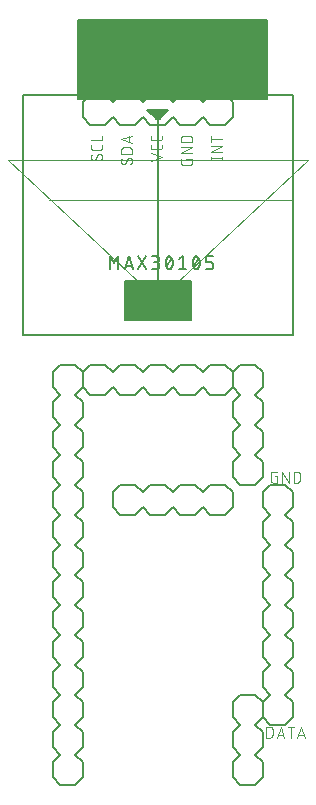
<source format=gto>
G75*
%MOIN*%
%OFA0B0*%
%FSLAX25Y25*%
%IPPOS*%
%LPD*%
%AMOC8*
5,1,8,0,0,1.08239X$1,22.5*
%
%ADD10C,0.00800*%
%ADD11C,0.00600*%
%ADD12C,0.00300*%
%ADD13C,0.00000*%
%ADD14C,0.00299*%
D10*
X0092799Y0112728D02*
X0090299Y0115228D01*
X0090299Y0120228D01*
X0092799Y0122728D01*
X0090299Y0125228D01*
X0090299Y0130228D01*
X0092799Y0132728D01*
X0090299Y0135228D01*
X0090299Y0140228D01*
X0092799Y0142728D01*
X0090299Y0145228D01*
X0090299Y0150228D01*
X0092799Y0152728D01*
X0090299Y0155228D01*
X0090299Y0160228D01*
X0092799Y0162728D01*
X0090299Y0165228D01*
X0090299Y0170228D01*
X0092799Y0172728D01*
X0090299Y0175228D01*
X0090299Y0180228D01*
X0092799Y0182728D01*
X0090299Y0185228D01*
X0090299Y0190228D01*
X0092799Y0192728D01*
X0090299Y0195228D01*
X0090299Y0200228D01*
X0092799Y0202728D01*
X0090299Y0205228D01*
X0090299Y0210228D01*
X0092799Y0212728D01*
X0090299Y0215228D01*
X0090299Y0220228D01*
X0092799Y0222728D01*
X0090299Y0225228D01*
X0090299Y0230228D01*
X0092799Y0232728D01*
X0090299Y0235228D01*
X0090299Y0240228D01*
X0092799Y0242728D01*
X0090299Y0245228D01*
X0090299Y0250228D01*
X0092799Y0252728D01*
X0097799Y0252728D01*
X0100299Y0250228D01*
X0102799Y0252728D01*
X0107799Y0252728D01*
X0110299Y0250228D01*
X0112799Y0252728D01*
X0117799Y0252728D01*
X0120299Y0250228D01*
X0122799Y0252728D01*
X0127799Y0252728D01*
X0130299Y0250228D01*
X0132799Y0252728D01*
X0137799Y0252728D01*
X0140299Y0250228D01*
X0142799Y0252728D01*
X0147799Y0252728D01*
X0150299Y0250228D01*
X0152799Y0252728D01*
X0157799Y0252728D01*
X0160299Y0250228D01*
X0160299Y0245228D01*
X0157799Y0242728D01*
X0160299Y0240228D01*
X0160299Y0235228D01*
X0157799Y0232728D01*
X0160299Y0230228D01*
X0160299Y0225228D01*
X0157799Y0222728D01*
X0160299Y0220228D01*
X0160299Y0215228D01*
X0157799Y0212728D01*
X0152799Y0212728D01*
X0150299Y0215228D01*
X0150299Y0220228D01*
X0152799Y0222728D01*
X0150299Y0225228D01*
X0150299Y0230228D01*
X0152799Y0232728D01*
X0150299Y0235228D01*
X0150299Y0240228D01*
X0152799Y0242728D01*
X0150299Y0245228D01*
X0150299Y0250228D01*
X0150299Y0245228D01*
X0147799Y0242728D01*
X0142799Y0242728D01*
X0140299Y0245228D01*
X0137799Y0242728D01*
X0132799Y0242728D01*
X0130299Y0245228D01*
X0127799Y0242728D01*
X0122799Y0242728D01*
X0120299Y0245228D01*
X0117799Y0242728D01*
X0112799Y0242728D01*
X0110299Y0245228D01*
X0107799Y0242728D01*
X0102799Y0242728D01*
X0100299Y0245228D01*
X0100299Y0250228D01*
X0100299Y0245228D01*
X0097799Y0242728D01*
X0100299Y0240228D01*
X0100299Y0235228D01*
X0097799Y0232728D01*
X0100299Y0230228D01*
X0100299Y0225228D01*
X0097799Y0222728D01*
X0100299Y0220228D01*
X0100299Y0215228D01*
X0097799Y0212728D01*
X0100299Y0210228D01*
X0100299Y0205228D01*
X0097799Y0202728D01*
X0100299Y0200228D01*
X0100299Y0195228D01*
X0097799Y0192728D01*
X0100299Y0190228D01*
X0100299Y0185228D01*
X0097799Y0182728D01*
X0100299Y0180228D01*
X0100299Y0175228D01*
X0097799Y0172728D01*
X0100299Y0170228D01*
X0100299Y0165228D01*
X0097799Y0162728D01*
X0100299Y0160228D01*
X0100299Y0155228D01*
X0097799Y0152728D01*
X0100299Y0150228D01*
X0100299Y0145228D01*
X0097799Y0142728D01*
X0100299Y0140228D01*
X0100299Y0135228D01*
X0097799Y0132728D01*
X0100299Y0130228D01*
X0100299Y0125228D01*
X0097799Y0122728D01*
X0100299Y0120228D01*
X0100299Y0115228D01*
X0097799Y0112728D01*
X0092799Y0112728D01*
X0150299Y0115228D02*
X0152799Y0112728D01*
X0157799Y0112728D01*
X0160299Y0115228D01*
X0160299Y0120228D01*
X0157799Y0122728D01*
X0160299Y0125228D01*
X0160299Y0130228D01*
X0157799Y0132728D01*
X0160299Y0135228D01*
X0160299Y0140228D01*
X0157799Y0142728D01*
X0152799Y0142728D01*
X0150299Y0140228D01*
X0150299Y0135228D01*
X0152799Y0132728D01*
X0150299Y0130228D01*
X0150299Y0125228D01*
X0152799Y0122728D01*
X0150299Y0120228D01*
X0150299Y0115228D01*
X0162799Y0132728D02*
X0160299Y0135228D01*
X0160299Y0140228D01*
X0162799Y0142728D01*
X0160299Y0145228D01*
X0160299Y0150228D01*
X0162799Y0152728D01*
X0160299Y0155228D01*
X0160299Y0160228D01*
X0162799Y0162728D01*
X0160299Y0165228D01*
X0160299Y0170228D01*
X0162799Y0172728D01*
X0160299Y0175228D01*
X0160299Y0180228D01*
X0162799Y0182728D01*
X0160299Y0185228D01*
X0160299Y0190228D01*
X0162799Y0192728D01*
X0160299Y0195228D01*
X0160299Y0200228D01*
X0162799Y0202728D01*
X0160299Y0205228D01*
X0160299Y0210228D01*
X0162799Y0212728D01*
X0167799Y0212728D01*
X0170299Y0210228D01*
X0170299Y0205228D01*
X0167799Y0202728D01*
X0170299Y0200228D01*
X0170299Y0195228D01*
X0167799Y0192728D01*
X0170299Y0190228D01*
X0170299Y0185228D01*
X0167799Y0182728D01*
X0170299Y0180228D01*
X0170299Y0175228D01*
X0167799Y0172728D01*
X0170299Y0170228D01*
X0170299Y0165228D01*
X0167799Y0162728D01*
X0170299Y0160228D01*
X0170299Y0155228D01*
X0167799Y0152728D01*
X0170299Y0150228D01*
X0170299Y0145228D01*
X0167799Y0142728D01*
X0170299Y0140228D01*
X0170299Y0135228D01*
X0167799Y0132728D01*
X0162799Y0132728D01*
X0147799Y0202728D02*
X0142799Y0202728D01*
X0140299Y0205228D01*
X0137799Y0202728D01*
X0132799Y0202728D01*
X0130299Y0205228D01*
X0127799Y0202728D01*
X0122799Y0202728D01*
X0120299Y0205228D01*
X0117799Y0202728D01*
X0112799Y0202728D01*
X0110299Y0205228D01*
X0110299Y0210228D01*
X0112799Y0212728D01*
X0117799Y0212728D01*
X0120299Y0210228D01*
X0122799Y0212728D01*
X0127799Y0212728D01*
X0130299Y0210228D01*
X0132799Y0212728D01*
X0137799Y0212728D01*
X0140299Y0210228D01*
X0142799Y0212728D01*
X0147799Y0212728D01*
X0150299Y0210228D01*
X0150299Y0205228D01*
X0147799Y0202728D01*
X0170299Y0262728D02*
X0080299Y0262728D01*
X0080299Y0342728D01*
X0170299Y0342728D01*
X0170299Y0262728D01*
X0143716Y0285562D02*
X0143716Y0286028D01*
X0143715Y0286028D02*
X0143713Y0286087D01*
X0143708Y0286145D01*
X0143698Y0286203D01*
X0143686Y0286260D01*
X0143669Y0286316D01*
X0143649Y0286371D01*
X0143626Y0286425D01*
X0143600Y0286477D01*
X0143570Y0286528D01*
X0143537Y0286576D01*
X0143501Y0286623D01*
X0143462Y0286667D01*
X0143421Y0286708D01*
X0143377Y0286747D01*
X0143330Y0286783D01*
X0143282Y0286816D01*
X0143231Y0286846D01*
X0143179Y0286872D01*
X0143125Y0286895D01*
X0143070Y0286915D01*
X0143014Y0286932D01*
X0142957Y0286944D01*
X0142899Y0286954D01*
X0142841Y0286959D01*
X0142782Y0286961D01*
X0142782Y0286962D02*
X0141382Y0286962D01*
X0141382Y0288828D01*
X0143716Y0288828D01*
X0143715Y0285562D02*
X0143713Y0285503D01*
X0143708Y0285445D01*
X0143698Y0285387D01*
X0143686Y0285330D01*
X0143669Y0285274D01*
X0143649Y0285219D01*
X0143626Y0285165D01*
X0143600Y0285113D01*
X0143570Y0285062D01*
X0143537Y0285014D01*
X0143501Y0284967D01*
X0143462Y0284923D01*
X0143421Y0284882D01*
X0143377Y0284843D01*
X0143330Y0284807D01*
X0143282Y0284774D01*
X0143231Y0284744D01*
X0143179Y0284718D01*
X0143125Y0284695D01*
X0143070Y0284675D01*
X0143014Y0284658D01*
X0142957Y0284646D01*
X0142899Y0284636D01*
X0142841Y0284631D01*
X0142782Y0284629D01*
X0142782Y0284628D02*
X0141382Y0284628D01*
X0137233Y0285211D02*
X0137185Y0285313D01*
X0137141Y0285416D01*
X0137100Y0285520D01*
X0137063Y0285626D01*
X0137029Y0285733D01*
X0136999Y0285841D01*
X0136972Y0285950D01*
X0136948Y0286059D01*
X0136928Y0286170D01*
X0136912Y0286281D01*
X0136899Y0286392D01*
X0136890Y0286504D01*
X0136885Y0286616D01*
X0136883Y0286728D01*
X0139216Y0286728D02*
X0139214Y0286840D01*
X0139209Y0286952D01*
X0139200Y0287064D01*
X0139187Y0287175D01*
X0139171Y0287286D01*
X0139151Y0287397D01*
X0139127Y0287506D01*
X0139100Y0287615D01*
X0139070Y0287723D01*
X0139036Y0287830D01*
X0138999Y0287936D01*
X0138958Y0288040D01*
X0138914Y0288143D01*
X0138866Y0288245D01*
X0138983Y0287895D02*
X0137116Y0285562D01*
X0138049Y0284629D02*
X0138105Y0284631D01*
X0138161Y0284636D01*
X0138217Y0284646D01*
X0138272Y0284658D01*
X0138326Y0284675D01*
X0138378Y0284694D01*
X0138430Y0284718D01*
X0138480Y0284744D01*
X0138527Y0284774D01*
X0138573Y0284806D01*
X0138617Y0284842D01*
X0138658Y0284881D01*
X0138697Y0284922D01*
X0138732Y0284965D01*
X0138765Y0285011D01*
X0138795Y0285059D01*
X0138822Y0285108D01*
X0138845Y0285159D01*
X0138865Y0285212D01*
X0138049Y0284629D02*
X0137993Y0284631D01*
X0137937Y0284636D01*
X0137881Y0284646D01*
X0137826Y0284658D01*
X0137772Y0284675D01*
X0137720Y0284694D01*
X0137668Y0284718D01*
X0137618Y0284744D01*
X0137571Y0284774D01*
X0137525Y0284806D01*
X0137481Y0284842D01*
X0137440Y0284881D01*
X0137401Y0284922D01*
X0137366Y0284965D01*
X0137333Y0285011D01*
X0137303Y0285059D01*
X0137276Y0285108D01*
X0137253Y0285159D01*
X0137233Y0285212D01*
X0138866Y0285211D02*
X0138914Y0285313D01*
X0138958Y0285416D01*
X0138999Y0285520D01*
X0139036Y0285626D01*
X0139070Y0285733D01*
X0139100Y0285841D01*
X0139127Y0285950D01*
X0139151Y0286059D01*
X0139171Y0286170D01*
X0139187Y0286281D01*
X0139200Y0286392D01*
X0139209Y0286504D01*
X0139214Y0286616D01*
X0139216Y0286728D01*
X0136883Y0286728D02*
X0136885Y0286840D01*
X0136890Y0286952D01*
X0136899Y0287064D01*
X0136912Y0287175D01*
X0136928Y0287286D01*
X0136948Y0287397D01*
X0136972Y0287506D01*
X0136999Y0287615D01*
X0137029Y0287723D01*
X0137063Y0287830D01*
X0137100Y0287936D01*
X0137141Y0288040D01*
X0137185Y0288143D01*
X0137233Y0288245D01*
X0138049Y0288828D02*
X0138105Y0288826D01*
X0138161Y0288821D01*
X0138217Y0288811D01*
X0138272Y0288799D01*
X0138326Y0288782D01*
X0138378Y0288763D01*
X0138430Y0288739D01*
X0138480Y0288713D01*
X0138527Y0288683D01*
X0138573Y0288651D01*
X0138617Y0288615D01*
X0138658Y0288576D01*
X0138697Y0288535D01*
X0138732Y0288492D01*
X0138765Y0288446D01*
X0138795Y0288398D01*
X0138822Y0288349D01*
X0138845Y0288298D01*
X0138865Y0288245D01*
X0138049Y0288828D02*
X0137993Y0288826D01*
X0137937Y0288821D01*
X0137881Y0288811D01*
X0137826Y0288799D01*
X0137772Y0288782D01*
X0137720Y0288763D01*
X0137668Y0288739D01*
X0137618Y0288713D01*
X0137571Y0288683D01*
X0137525Y0288650D01*
X0137481Y0288615D01*
X0137440Y0288576D01*
X0137401Y0288535D01*
X0137366Y0288492D01*
X0137333Y0288446D01*
X0137303Y0288398D01*
X0137276Y0288349D01*
X0137253Y0288298D01*
X0137233Y0288245D01*
X0133549Y0288828D02*
X0133549Y0284628D01*
X0132383Y0284628D02*
X0134716Y0284628D01*
X0128233Y0285211D02*
X0128185Y0285313D01*
X0128141Y0285416D01*
X0128100Y0285520D01*
X0128063Y0285626D01*
X0128029Y0285733D01*
X0127999Y0285841D01*
X0127972Y0285950D01*
X0127948Y0286059D01*
X0127928Y0286170D01*
X0127912Y0286281D01*
X0127899Y0286392D01*
X0127890Y0286504D01*
X0127885Y0286616D01*
X0127883Y0286728D01*
X0130216Y0286728D02*
X0130214Y0286840D01*
X0130209Y0286952D01*
X0130200Y0287064D01*
X0130187Y0287175D01*
X0130171Y0287286D01*
X0130151Y0287397D01*
X0130127Y0287506D01*
X0130100Y0287615D01*
X0130070Y0287723D01*
X0130036Y0287830D01*
X0129999Y0287936D01*
X0129958Y0288040D01*
X0129914Y0288143D01*
X0129866Y0288245D01*
X0129983Y0287895D02*
X0128116Y0285562D01*
X0129049Y0284629D02*
X0129105Y0284631D01*
X0129161Y0284636D01*
X0129217Y0284646D01*
X0129272Y0284658D01*
X0129326Y0284675D01*
X0129378Y0284694D01*
X0129430Y0284718D01*
X0129480Y0284744D01*
X0129527Y0284774D01*
X0129573Y0284806D01*
X0129617Y0284842D01*
X0129658Y0284881D01*
X0129697Y0284922D01*
X0129732Y0284965D01*
X0129765Y0285011D01*
X0129795Y0285059D01*
X0129822Y0285108D01*
X0129845Y0285159D01*
X0129865Y0285212D01*
X0129049Y0284629D02*
X0128993Y0284631D01*
X0128937Y0284636D01*
X0128881Y0284646D01*
X0128826Y0284658D01*
X0128772Y0284675D01*
X0128720Y0284694D01*
X0128668Y0284718D01*
X0128618Y0284744D01*
X0128571Y0284774D01*
X0128525Y0284806D01*
X0128481Y0284842D01*
X0128440Y0284881D01*
X0128401Y0284922D01*
X0128366Y0284965D01*
X0128333Y0285011D01*
X0128303Y0285059D01*
X0128276Y0285108D01*
X0128253Y0285159D01*
X0128233Y0285212D01*
X0129866Y0285211D02*
X0129914Y0285313D01*
X0129958Y0285416D01*
X0129999Y0285520D01*
X0130036Y0285626D01*
X0130070Y0285733D01*
X0130100Y0285841D01*
X0130127Y0285950D01*
X0130151Y0286059D01*
X0130171Y0286170D01*
X0130187Y0286281D01*
X0130200Y0286392D01*
X0130209Y0286504D01*
X0130214Y0286616D01*
X0130216Y0286728D01*
X0127883Y0286728D02*
X0127885Y0286840D01*
X0127890Y0286952D01*
X0127899Y0287064D01*
X0127912Y0287175D01*
X0127928Y0287286D01*
X0127948Y0287397D01*
X0127972Y0287506D01*
X0127999Y0287615D01*
X0128029Y0287723D01*
X0128063Y0287830D01*
X0128100Y0287936D01*
X0128141Y0288040D01*
X0128185Y0288143D01*
X0128233Y0288245D01*
X0129049Y0288828D02*
X0129105Y0288826D01*
X0129161Y0288821D01*
X0129217Y0288811D01*
X0129272Y0288799D01*
X0129326Y0288782D01*
X0129378Y0288763D01*
X0129430Y0288739D01*
X0129480Y0288713D01*
X0129527Y0288683D01*
X0129573Y0288651D01*
X0129617Y0288615D01*
X0129658Y0288576D01*
X0129697Y0288535D01*
X0129732Y0288492D01*
X0129765Y0288446D01*
X0129795Y0288398D01*
X0129822Y0288349D01*
X0129845Y0288298D01*
X0129865Y0288245D01*
X0129049Y0288828D02*
X0128993Y0288826D01*
X0128937Y0288821D01*
X0128881Y0288811D01*
X0128826Y0288799D01*
X0128772Y0288782D01*
X0128720Y0288763D01*
X0128668Y0288739D01*
X0128618Y0288713D01*
X0128571Y0288683D01*
X0128525Y0288650D01*
X0128481Y0288615D01*
X0128440Y0288576D01*
X0128401Y0288535D01*
X0128366Y0288492D01*
X0128333Y0288446D01*
X0128303Y0288398D01*
X0128276Y0288349D01*
X0128253Y0288298D01*
X0128233Y0288245D01*
X0124783Y0288828D02*
X0124843Y0288826D01*
X0124902Y0288820D01*
X0124961Y0288811D01*
X0125020Y0288797D01*
X0125077Y0288780D01*
X0125133Y0288760D01*
X0125188Y0288736D01*
X0125241Y0288708D01*
X0125292Y0288677D01*
X0125341Y0288643D01*
X0125388Y0288605D01*
X0125432Y0288565D01*
X0125474Y0288522D01*
X0125512Y0288477D01*
X0125548Y0288429D01*
X0125581Y0288379D01*
X0125610Y0288327D01*
X0125636Y0288273D01*
X0125659Y0288217D01*
X0125677Y0288160D01*
X0125693Y0288103D01*
X0125704Y0288044D01*
X0125712Y0287985D01*
X0125716Y0287925D01*
X0125716Y0287865D01*
X0125712Y0287805D01*
X0125704Y0287746D01*
X0125693Y0287687D01*
X0125677Y0287630D01*
X0125659Y0287573D01*
X0125636Y0287517D01*
X0125610Y0287463D01*
X0125581Y0287411D01*
X0125548Y0287361D01*
X0125512Y0287313D01*
X0125474Y0287268D01*
X0125432Y0287225D01*
X0125388Y0287185D01*
X0125341Y0287147D01*
X0125292Y0287113D01*
X0125241Y0287082D01*
X0125188Y0287054D01*
X0125133Y0287030D01*
X0125077Y0287010D01*
X0125020Y0286993D01*
X0124961Y0286979D01*
X0124902Y0286970D01*
X0124843Y0286964D01*
X0124783Y0286962D01*
X0123849Y0286962D01*
X0124549Y0286962D02*
X0124616Y0286960D01*
X0124682Y0286954D01*
X0124748Y0286945D01*
X0124813Y0286932D01*
X0124878Y0286915D01*
X0124941Y0286894D01*
X0125003Y0286870D01*
X0125064Y0286842D01*
X0125123Y0286811D01*
X0125180Y0286777D01*
X0125235Y0286739D01*
X0125288Y0286698D01*
X0125338Y0286655D01*
X0125386Y0286608D01*
X0125431Y0286559D01*
X0125473Y0286508D01*
X0125512Y0286454D01*
X0125548Y0286398D01*
X0125581Y0286340D01*
X0125611Y0286280D01*
X0125636Y0286218D01*
X0125659Y0286156D01*
X0125678Y0286092D01*
X0125693Y0286027D01*
X0125704Y0285961D01*
X0125712Y0285895D01*
X0125716Y0285828D01*
X0125716Y0285762D01*
X0125712Y0285695D01*
X0125704Y0285629D01*
X0125693Y0285563D01*
X0125678Y0285498D01*
X0125659Y0285434D01*
X0125636Y0285372D01*
X0125611Y0285310D01*
X0125581Y0285250D01*
X0125548Y0285192D01*
X0125512Y0285136D01*
X0125473Y0285082D01*
X0125431Y0285031D01*
X0125386Y0284982D01*
X0125338Y0284935D01*
X0125288Y0284892D01*
X0125235Y0284851D01*
X0125180Y0284813D01*
X0125123Y0284779D01*
X0125064Y0284748D01*
X0125003Y0284720D01*
X0124941Y0284696D01*
X0124878Y0284675D01*
X0124813Y0284658D01*
X0124748Y0284645D01*
X0124682Y0284636D01*
X0124616Y0284630D01*
X0124549Y0284628D01*
X0123383Y0284628D01*
X0121449Y0284628D02*
X0118649Y0288828D01*
X0121449Y0288828D02*
X0118649Y0284628D01*
X0116949Y0284628D02*
X0115549Y0288828D01*
X0114149Y0284628D01*
X0114499Y0285678D02*
X0116599Y0285678D01*
X0111999Y0284628D02*
X0111999Y0288828D01*
X0110599Y0286495D01*
X0109199Y0288828D01*
X0109199Y0284628D01*
X0123383Y0288828D02*
X0124783Y0288828D01*
X0132383Y0287895D02*
X0133549Y0288828D01*
X0132799Y0332728D02*
X0137799Y0332728D01*
X0140299Y0335228D01*
X0142799Y0332728D01*
X0147799Y0332728D01*
X0150299Y0335228D01*
X0150299Y0340228D01*
X0147799Y0342728D01*
X0142799Y0342728D01*
X0140299Y0340228D01*
X0137799Y0342728D01*
X0132799Y0342728D01*
X0130299Y0340228D01*
X0127799Y0342728D01*
X0122799Y0342728D01*
X0120299Y0340228D01*
X0117799Y0342728D01*
X0112799Y0342728D01*
X0110299Y0340228D01*
X0107799Y0342728D01*
X0102799Y0342728D01*
X0100299Y0340228D01*
X0100299Y0335228D01*
X0102799Y0332728D01*
X0107799Y0332728D01*
X0110299Y0335228D01*
X0112799Y0332728D01*
X0117799Y0332728D01*
X0120299Y0335228D01*
X0122799Y0332728D01*
X0127799Y0332728D01*
X0130299Y0335228D01*
X0132799Y0332728D01*
D11*
X0128223Y0337152D02*
X0125299Y0337152D01*
X0122375Y0337152D01*
X0121799Y0337728D02*
X0125299Y0334228D01*
X0128799Y0337728D01*
X0125299Y0337728D01*
X0125299Y0274228D01*
X0125299Y0337728D01*
X0121799Y0337728D01*
X0122974Y0336554D02*
X0125299Y0336554D01*
X0127625Y0336554D01*
X0127026Y0335955D02*
X0125299Y0335955D01*
X0123572Y0335955D01*
X0124171Y0335357D02*
X0125299Y0335357D01*
X0126427Y0335357D01*
X0125829Y0334758D02*
X0125299Y0334758D01*
X0124769Y0334758D01*
X0098799Y0341228D02*
X0098799Y0367728D01*
X0161799Y0367728D01*
X0161799Y0341228D01*
X0098799Y0341228D01*
X0098799Y0341342D02*
X0161799Y0341342D01*
X0161799Y0341940D02*
X0098799Y0341940D01*
X0098799Y0342539D02*
X0161799Y0342539D01*
X0161799Y0343137D02*
X0098799Y0343137D01*
X0098799Y0343736D02*
X0161799Y0343736D01*
X0161799Y0344334D02*
X0098799Y0344334D01*
X0098799Y0344933D02*
X0161799Y0344933D01*
X0161799Y0345531D02*
X0098799Y0345531D01*
X0098799Y0346130D02*
X0161799Y0346130D01*
X0161799Y0346728D02*
X0098799Y0346728D01*
X0098799Y0347327D02*
X0161799Y0347327D01*
X0161799Y0347925D02*
X0098799Y0347925D01*
X0098799Y0348524D02*
X0161799Y0348524D01*
X0161799Y0349122D02*
X0098799Y0349122D01*
X0098799Y0349721D02*
X0161799Y0349721D01*
X0161799Y0350319D02*
X0098799Y0350319D01*
X0098799Y0350918D02*
X0161799Y0350918D01*
X0161799Y0351516D02*
X0098799Y0351516D01*
X0098799Y0352115D02*
X0161799Y0352115D01*
X0161799Y0352713D02*
X0098799Y0352713D01*
X0098799Y0353312D02*
X0161799Y0353312D01*
X0161799Y0353910D02*
X0098799Y0353910D01*
X0098799Y0354509D02*
X0161799Y0354509D01*
X0161799Y0355108D02*
X0098799Y0355108D01*
X0098799Y0355706D02*
X0161799Y0355706D01*
X0161799Y0356305D02*
X0098799Y0356305D01*
X0098799Y0356903D02*
X0161799Y0356903D01*
X0161799Y0357502D02*
X0098799Y0357502D01*
X0098799Y0358100D02*
X0161799Y0358100D01*
X0161799Y0358699D02*
X0098799Y0358699D01*
X0098799Y0359297D02*
X0161799Y0359297D01*
X0161799Y0359896D02*
X0098799Y0359896D01*
X0098799Y0360494D02*
X0161799Y0360494D01*
X0161799Y0361093D02*
X0098799Y0361093D01*
X0098799Y0361691D02*
X0161799Y0361691D01*
X0161799Y0362290D02*
X0098799Y0362290D01*
X0098799Y0362888D02*
X0161799Y0362888D01*
X0161799Y0363487D02*
X0098799Y0363487D01*
X0098799Y0364085D02*
X0161799Y0364085D01*
X0161799Y0364684D02*
X0098799Y0364684D01*
X0098799Y0365282D02*
X0161799Y0365282D01*
X0161799Y0365881D02*
X0098799Y0365881D01*
X0098799Y0366479D02*
X0161799Y0366479D01*
X0161799Y0367078D02*
X0098799Y0367078D01*
X0098799Y0367676D02*
X0161799Y0367676D01*
X0136299Y0280728D02*
X0114299Y0280728D01*
X0114299Y0267728D01*
X0136299Y0267728D01*
X0136299Y0280728D01*
X0136299Y0280294D02*
X0114299Y0280294D01*
X0114299Y0279695D02*
X0136299Y0279695D01*
X0136299Y0279097D02*
X0114299Y0279097D01*
X0114299Y0278498D02*
X0136299Y0278498D01*
X0136299Y0277900D02*
X0114299Y0277900D01*
X0114299Y0277301D02*
X0136299Y0277301D01*
X0136299Y0276703D02*
X0114299Y0276703D01*
X0114299Y0276104D02*
X0136299Y0276104D01*
X0136299Y0275505D02*
X0114299Y0275505D01*
X0114299Y0274907D02*
X0136299Y0274907D01*
X0136299Y0274308D02*
X0114299Y0274308D01*
X0114299Y0273710D02*
X0136299Y0273710D01*
X0136299Y0273111D02*
X0114299Y0273111D01*
X0114299Y0272513D02*
X0136299Y0272513D01*
X0136299Y0271914D02*
X0114299Y0271914D01*
X0114299Y0271316D02*
X0136299Y0271316D01*
X0136299Y0270717D02*
X0114299Y0270717D01*
X0114299Y0270119D02*
X0136299Y0270119D01*
X0136299Y0269520D02*
X0114299Y0269520D01*
X0114299Y0268922D02*
X0136299Y0268922D01*
X0136299Y0268323D02*
X0114299Y0268323D01*
D12*
X0133771Y0319343D02*
X0135827Y0319343D01*
X0135883Y0319345D01*
X0135939Y0319351D01*
X0135994Y0319360D01*
X0136049Y0319373D01*
X0136102Y0319390D01*
X0136154Y0319411D01*
X0136205Y0319435D01*
X0136254Y0319463D01*
X0136301Y0319493D01*
X0136346Y0319527D01*
X0136388Y0319564D01*
X0136428Y0319604D01*
X0136465Y0319646D01*
X0136499Y0319691D01*
X0136529Y0319738D01*
X0136557Y0319787D01*
X0136581Y0319838D01*
X0136602Y0319890D01*
X0136619Y0319943D01*
X0136632Y0319998D01*
X0136641Y0320053D01*
X0136647Y0320109D01*
X0136649Y0320165D01*
X0136649Y0321398D01*
X0134594Y0321398D01*
X0134594Y0320782D01*
X0133771Y0319343D02*
X0133715Y0319345D01*
X0133659Y0319351D01*
X0133604Y0319360D01*
X0133549Y0319373D01*
X0133496Y0319390D01*
X0133444Y0319411D01*
X0133393Y0319435D01*
X0133344Y0319463D01*
X0133297Y0319493D01*
X0133252Y0319527D01*
X0133210Y0319564D01*
X0133170Y0319604D01*
X0133133Y0319646D01*
X0133099Y0319691D01*
X0133069Y0319738D01*
X0133041Y0319787D01*
X0133017Y0319837D01*
X0132996Y0319890D01*
X0132979Y0319943D01*
X0132966Y0319998D01*
X0132957Y0320053D01*
X0132951Y0320109D01*
X0132949Y0320165D01*
X0132949Y0321398D01*
X0132949Y0323183D02*
X0136649Y0325238D01*
X0132949Y0325238D01*
X0132949Y0327023D02*
X0132949Y0328051D01*
X0132951Y0328113D01*
X0132956Y0328175D01*
X0132966Y0328236D01*
X0132979Y0328297D01*
X0132996Y0328357D01*
X0133016Y0328416D01*
X0133040Y0328473D01*
X0133067Y0328529D01*
X0133097Y0328583D01*
X0133131Y0328635D01*
X0133168Y0328685D01*
X0133208Y0328733D01*
X0133250Y0328778D01*
X0133295Y0328820D01*
X0133343Y0328860D01*
X0133393Y0328897D01*
X0133445Y0328931D01*
X0133499Y0328961D01*
X0133555Y0328988D01*
X0133612Y0329012D01*
X0133671Y0329032D01*
X0133731Y0329049D01*
X0133792Y0329062D01*
X0133853Y0329072D01*
X0133915Y0329077D01*
X0133977Y0329079D01*
X0133977Y0329078D02*
X0135621Y0329078D01*
X0135621Y0329079D02*
X0135683Y0329077D01*
X0135745Y0329072D01*
X0135806Y0329062D01*
X0135867Y0329049D01*
X0135927Y0329032D01*
X0135986Y0329012D01*
X0136043Y0328988D01*
X0136099Y0328961D01*
X0136153Y0328931D01*
X0136205Y0328897D01*
X0136255Y0328860D01*
X0136303Y0328820D01*
X0136348Y0328778D01*
X0136390Y0328733D01*
X0136430Y0328685D01*
X0136467Y0328635D01*
X0136501Y0328583D01*
X0136531Y0328529D01*
X0136558Y0328473D01*
X0136582Y0328416D01*
X0136602Y0328357D01*
X0136619Y0328297D01*
X0136632Y0328236D01*
X0136642Y0328175D01*
X0136647Y0328113D01*
X0136649Y0328051D01*
X0136649Y0327023D01*
X0132949Y0327023D01*
X0132949Y0323183D02*
X0136649Y0323183D01*
X0142949Y0323543D02*
X0146649Y0325598D01*
X0142949Y0325598D01*
X0142949Y0327023D02*
X0142949Y0329078D01*
X0142949Y0328051D02*
X0146649Y0328051D01*
X0146649Y0323543D02*
X0142949Y0323543D01*
X0142949Y0321982D02*
X0142949Y0321159D01*
X0142949Y0321571D02*
X0146649Y0321571D01*
X0146649Y0321982D02*
X0146649Y0321159D01*
X0126649Y0321872D02*
X0122949Y0323105D01*
X0123771Y0324434D02*
X0125827Y0324434D01*
X0125883Y0324436D01*
X0125939Y0324442D01*
X0125994Y0324451D01*
X0126049Y0324464D01*
X0126102Y0324481D01*
X0126154Y0324502D01*
X0126205Y0324526D01*
X0126254Y0324554D01*
X0126301Y0324584D01*
X0126346Y0324618D01*
X0126388Y0324655D01*
X0126428Y0324695D01*
X0126465Y0324737D01*
X0126499Y0324782D01*
X0126529Y0324829D01*
X0126557Y0324878D01*
X0126581Y0324929D01*
X0126602Y0324981D01*
X0126619Y0325034D01*
X0126632Y0325089D01*
X0126641Y0325144D01*
X0126647Y0325200D01*
X0126649Y0325256D01*
X0126649Y0326078D01*
X0125827Y0327434D02*
X0123771Y0327434D01*
X0123715Y0327436D01*
X0123659Y0327442D01*
X0123604Y0327451D01*
X0123549Y0327464D01*
X0123496Y0327481D01*
X0123444Y0327502D01*
X0123393Y0327526D01*
X0123344Y0327554D01*
X0123297Y0327584D01*
X0123252Y0327618D01*
X0123210Y0327655D01*
X0123170Y0327695D01*
X0123133Y0327737D01*
X0123099Y0327782D01*
X0123069Y0327829D01*
X0123041Y0327878D01*
X0123017Y0327928D01*
X0122996Y0327981D01*
X0122979Y0328034D01*
X0122966Y0328089D01*
X0122957Y0328144D01*
X0122951Y0328200D01*
X0122949Y0328256D01*
X0122949Y0329078D01*
X0125827Y0327434D02*
X0125883Y0327436D01*
X0125939Y0327442D01*
X0125994Y0327451D01*
X0126049Y0327464D01*
X0126102Y0327481D01*
X0126154Y0327502D01*
X0126205Y0327526D01*
X0126254Y0327554D01*
X0126301Y0327584D01*
X0126346Y0327618D01*
X0126388Y0327655D01*
X0126428Y0327695D01*
X0126465Y0327737D01*
X0126499Y0327782D01*
X0126529Y0327829D01*
X0126557Y0327878D01*
X0126581Y0327929D01*
X0126602Y0327981D01*
X0126619Y0328034D01*
X0126632Y0328089D01*
X0126641Y0328144D01*
X0126647Y0328200D01*
X0126649Y0328256D01*
X0126649Y0329078D01*
X0122949Y0326078D02*
X0122949Y0325256D01*
X0122951Y0325200D01*
X0122957Y0325144D01*
X0122966Y0325089D01*
X0122979Y0325034D01*
X0122996Y0324981D01*
X0123017Y0324928D01*
X0123041Y0324878D01*
X0123069Y0324829D01*
X0123099Y0324782D01*
X0123133Y0324737D01*
X0123170Y0324695D01*
X0123210Y0324655D01*
X0123252Y0324618D01*
X0123297Y0324584D01*
X0123344Y0324554D01*
X0123393Y0324526D01*
X0123444Y0324502D01*
X0123496Y0324481D01*
X0123549Y0324464D01*
X0123604Y0324451D01*
X0123659Y0324442D01*
X0123715Y0324436D01*
X0123771Y0324434D01*
X0126649Y0321872D02*
X0122949Y0320639D01*
X0116649Y0323097D02*
X0116649Y0324125D01*
X0116647Y0324187D01*
X0116642Y0324249D01*
X0116632Y0324310D01*
X0116619Y0324371D01*
X0116602Y0324431D01*
X0116582Y0324490D01*
X0116558Y0324547D01*
X0116531Y0324603D01*
X0116501Y0324657D01*
X0116467Y0324709D01*
X0116430Y0324759D01*
X0116390Y0324807D01*
X0116348Y0324852D01*
X0116303Y0324894D01*
X0116255Y0324934D01*
X0116205Y0324971D01*
X0116153Y0325005D01*
X0116099Y0325035D01*
X0116043Y0325062D01*
X0115986Y0325086D01*
X0115927Y0325106D01*
X0115867Y0325123D01*
X0115806Y0325136D01*
X0115745Y0325146D01*
X0115683Y0325151D01*
X0115621Y0325153D01*
X0113977Y0325153D01*
X0113915Y0325151D01*
X0113853Y0325146D01*
X0113792Y0325136D01*
X0113731Y0325123D01*
X0113671Y0325106D01*
X0113612Y0325086D01*
X0113555Y0325062D01*
X0113499Y0325035D01*
X0113445Y0325005D01*
X0113393Y0324971D01*
X0113343Y0324934D01*
X0113295Y0324894D01*
X0113250Y0324852D01*
X0113208Y0324807D01*
X0113168Y0324759D01*
X0113131Y0324709D01*
X0113097Y0324657D01*
X0113067Y0324603D01*
X0113040Y0324547D01*
X0113016Y0324490D01*
X0112996Y0324431D01*
X0112979Y0324371D01*
X0112966Y0324310D01*
X0112956Y0324249D01*
X0112951Y0324187D01*
X0112949Y0324125D01*
X0112949Y0323097D01*
X0116649Y0323097D01*
X0115108Y0321142D02*
X0114491Y0320011D01*
X0112949Y0320422D02*
X0112951Y0320498D01*
X0112957Y0320574D01*
X0112966Y0320650D01*
X0112979Y0320725D01*
X0112996Y0320800D01*
X0113017Y0320873D01*
X0113041Y0320946D01*
X0113068Y0321017D01*
X0113100Y0321086D01*
X0113134Y0321155D01*
X0113172Y0321221D01*
X0113213Y0321285D01*
X0113257Y0321347D01*
X0114490Y0320011D02*
X0114461Y0319965D01*
X0114429Y0319922D01*
X0114395Y0319880D01*
X0114357Y0319841D01*
X0114318Y0319804D01*
X0114276Y0319770D01*
X0114231Y0319738D01*
X0114185Y0319710D01*
X0114137Y0319685D01*
X0114088Y0319662D01*
X0114037Y0319644D01*
X0113985Y0319628D01*
X0113933Y0319616D01*
X0113879Y0319607D01*
X0113825Y0319602D01*
X0113771Y0319600D01*
X0113715Y0319602D01*
X0113659Y0319608D01*
X0113604Y0319617D01*
X0113549Y0319630D01*
X0113496Y0319647D01*
X0113444Y0319668D01*
X0113393Y0319692D01*
X0113344Y0319720D01*
X0113297Y0319750D01*
X0113252Y0319784D01*
X0113210Y0319821D01*
X0113170Y0319861D01*
X0113133Y0319903D01*
X0113099Y0319948D01*
X0113069Y0319995D01*
X0113041Y0320044D01*
X0113017Y0320095D01*
X0112996Y0320147D01*
X0112979Y0320200D01*
X0112966Y0320255D01*
X0112957Y0320310D01*
X0112951Y0320366D01*
X0112949Y0320422D01*
X0116135Y0319498D02*
X0116191Y0319556D01*
X0116244Y0319616D01*
X0116295Y0319679D01*
X0116342Y0319745D01*
X0116386Y0319812D01*
X0116427Y0319882D01*
X0116465Y0319953D01*
X0116499Y0320026D01*
X0116530Y0320100D01*
X0116558Y0320176D01*
X0116582Y0320253D01*
X0116602Y0320331D01*
X0116619Y0320410D01*
X0116632Y0320490D01*
X0116642Y0320570D01*
X0116647Y0320650D01*
X0116649Y0320731D01*
X0116647Y0320787D01*
X0116641Y0320843D01*
X0116632Y0320898D01*
X0116619Y0320953D01*
X0116602Y0321006D01*
X0116581Y0321058D01*
X0116557Y0321109D01*
X0116529Y0321158D01*
X0116499Y0321205D01*
X0116465Y0321250D01*
X0116428Y0321292D01*
X0116388Y0321332D01*
X0116346Y0321369D01*
X0116301Y0321403D01*
X0116254Y0321433D01*
X0116205Y0321461D01*
X0116154Y0321485D01*
X0116102Y0321506D01*
X0116049Y0321523D01*
X0115994Y0321536D01*
X0115939Y0321545D01*
X0115883Y0321551D01*
X0115827Y0321553D01*
X0115773Y0321551D01*
X0115719Y0321546D01*
X0115665Y0321537D01*
X0115613Y0321525D01*
X0115561Y0321509D01*
X0115510Y0321491D01*
X0115461Y0321468D01*
X0115413Y0321443D01*
X0115367Y0321415D01*
X0115322Y0321383D01*
X0115280Y0321349D01*
X0115241Y0321312D01*
X0115203Y0321273D01*
X0115169Y0321231D01*
X0115137Y0321188D01*
X0115108Y0321142D01*
X0116649Y0326612D02*
X0112949Y0327845D01*
X0116649Y0329078D01*
X0115724Y0328770D02*
X0115724Y0326920D01*
X0106649Y0327434D02*
X0106649Y0329078D01*
X0106649Y0327434D02*
X0102949Y0327434D01*
X0102949Y0325941D02*
X0102949Y0325119D01*
X0102951Y0325063D01*
X0102957Y0325007D01*
X0102966Y0324952D01*
X0102979Y0324897D01*
X0102996Y0324844D01*
X0103017Y0324791D01*
X0103041Y0324741D01*
X0103069Y0324692D01*
X0103099Y0324645D01*
X0103133Y0324600D01*
X0103170Y0324558D01*
X0103210Y0324518D01*
X0103252Y0324481D01*
X0103297Y0324447D01*
X0103344Y0324417D01*
X0103393Y0324389D01*
X0103444Y0324365D01*
X0103496Y0324344D01*
X0103549Y0324327D01*
X0103604Y0324314D01*
X0103659Y0324305D01*
X0103715Y0324299D01*
X0103771Y0324297D01*
X0105827Y0324297D01*
X0105883Y0324299D01*
X0105939Y0324305D01*
X0105994Y0324314D01*
X0106049Y0324327D01*
X0106102Y0324344D01*
X0106154Y0324365D01*
X0106205Y0324389D01*
X0106254Y0324417D01*
X0106301Y0324447D01*
X0106346Y0324481D01*
X0106388Y0324518D01*
X0106428Y0324558D01*
X0106465Y0324600D01*
X0106499Y0324645D01*
X0106529Y0324692D01*
X0106557Y0324741D01*
X0106581Y0324792D01*
X0106602Y0324844D01*
X0106619Y0324897D01*
X0106632Y0324952D01*
X0106641Y0325007D01*
X0106647Y0325063D01*
X0106649Y0325119D01*
X0106649Y0325941D01*
X0105108Y0322472D02*
X0104491Y0321341D01*
X0102949Y0321752D02*
X0102951Y0321828D01*
X0102957Y0321904D01*
X0102966Y0321980D01*
X0102979Y0322055D01*
X0102996Y0322130D01*
X0103017Y0322203D01*
X0103041Y0322276D01*
X0103068Y0322347D01*
X0103100Y0322416D01*
X0103134Y0322485D01*
X0103172Y0322551D01*
X0103213Y0322615D01*
X0103257Y0322677D01*
X0104490Y0321341D02*
X0104461Y0321295D01*
X0104429Y0321252D01*
X0104395Y0321210D01*
X0104357Y0321171D01*
X0104318Y0321134D01*
X0104276Y0321100D01*
X0104231Y0321068D01*
X0104185Y0321040D01*
X0104137Y0321015D01*
X0104088Y0320992D01*
X0104037Y0320974D01*
X0103985Y0320958D01*
X0103933Y0320946D01*
X0103879Y0320937D01*
X0103825Y0320932D01*
X0103771Y0320930D01*
X0103715Y0320932D01*
X0103659Y0320938D01*
X0103604Y0320947D01*
X0103549Y0320960D01*
X0103496Y0320977D01*
X0103444Y0320998D01*
X0103393Y0321022D01*
X0103344Y0321050D01*
X0103297Y0321080D01*
X0103252Y0321114D01*
X0103210Y0321151D01*
X0103170Y0321191D01*
X0103133Y0321233D01*
X0103099Y0321278D01*
X0103069Y0321325D01*
X0103041Y0321374D01*
X0103017Y0321425D01*
X0102996Y0321477D01*
X0102979Y0321530D01*
X0102966Y0321585D01*
X0102957Y0321640D01*
X0102951Y0321696D01*
X0102949Y0321752D01*
X0106135Y0320827D02*
X0106191Y0320885D01*
X0106244Y0320945D01*
X0106295Y0321008D01*
X0106342Y0321074D01*
X0106386Y0321141D01*
X0106427Y0321211D01*
X0106465Y0321282D01*
X0106499Y0321355D01*
X0106530Y0321429D01*
X0106558Y0321505D01*
X0106582Y0321582D01*
X0106602Y0321660D01*
X0106619Y0321739D01*
X0106632Y0321819D01*
X0106642Y0321899D01*
X0106647Y0321979D01*
X0106649Y0322060D01*
X0106647Y0322116D01*
X0106641Y0322172D01*
X0106632Y0322227D01*
X0106619Y0322282D01*
X0106602Y0322335D01*
X0106581Y0322387D01*
X0106557Y0322438D01*
X0106529Y0322487D01*
X0106499Y0322534D01*
X0106465Y0322579D01*
X0106428Y0322621D01*
X0106388Y0322661D01*
X0106346Y0322698D01*
X0106301Y0322732D01*
X0106254Y0322762D01*
X0106205Y0322790D01*
X0106154Y0322814D01*
X0106102Y0322835D01*
X0106049Y0322852D01*
X0105994Y0322865D01*
X0105939Y0322874D01*
X0105883Y0322880D01*
X0105827Y0322882D01*
X0105827Y0322883D02*
X0105773Y0322881D01*
X0105719Y0322876D01*
X0105665Y0322867D01*
X0105613Y0322855D01*
X0105561Y0322839D01*
X0105510Y0322821D01*
X0105461Y0322798D01*
X0105413Y0322773D01*
X0105367Y0322745D01*
X0105322Y0322713D01*
X0105280Y0322679D01*
X0105241Y0322642D01*
X0105203Y0322603D01*
X0105169Y0322561D01*
X0105137Y0322518D01*
X0105108Y0322472D01*
X0163754Y0217078D02*
X0164987Y0217078D01*
X0163754Y0217078D02*
X0163698Y0217076D01*
X0163642Y0217070D01*
X0163587Y0217061D01*
X0163532Y0217048D01*
X0163479Y0217031D01*
X0163427Y0217010D01*
X0163376Y0216986D01*
X0163327Y0216958D01*
X0163280Y0216928D01*
X0163235Y0216894D01*
X0163193Y0216857D01*
X0163153Y0216817D01*
X0163116Y0216775D01*
X0163082Y0216730D01*
X0163052Y0216683D01*
X0163024Y0216634D01*
X0163000Y0216583D01*
X0162979Y0216531D01*
X0162962Y0216478D01*
X0162949Y0216423D01*
X0162940Y0216368D01*
X0162934Y0216312D01*
X0162932Y0216256D01*
X0162931Y0216256D02*
X0162931Y0214201D01*
X0162932Y0214201D02*
X0162934Y0214145D01*
X0162940Y0214089D01*
X0162949Y0214034D01*
X0162962Y0213979D01*
X0162979Y0213926D01*
X0163000Y0213874D01*
X0163024Y0213823D01*
X0163052Y0213774D01*
X0163082Y0213727D01*
X0163116Y0213682D01*
X0163153Y0213640D01*
X0163193Y0213600D01*
X0163235Y0213563D01*
X0163280Y0213529D01*
X0163327Y0213499D01*
X0163376Y0213471D01*
X0163427Y0213447D01*
X0163479Y0213426D01*
X0163532Y0213409D01*
X0163587Y0213396D01*
X0163642Y0213387D01*
X0163698Y0213381D01*
X0163754Y0213379D01*
X0163754Y0213378D02*
X0164987Y0213378D01*
X0164987Y0215434D01*
X0164370Y0215434D01*
X0166771Y0217078D02*
X0168827Y0213378D01*
X0168827Y0217078D01*
X0170611Y0217078D02*
X0170611Y0213378D01*
X0171639Y0213378D01*
X0171701Y0213380D01*
X0171763Y0213385D01*
X0171824Y0213395D01*
X0171885Y0213408D01*
X0171945Y0213425D01*
X0172004Y0213445D01*
X0172061Y0213469D01*
X0172117Y0213496D01*
X0172171Y0213526D01*
X0172223Y0213560D01*
X0172273Y0213597D01*
X0172321Y0213637D01*
X0172366Y0213679D01*
X0172408Y0213724D01*
X0172448Y0213772D01*
X0172485Y0213822D01*
X0172519Y0213874D01*
X0172549Y0213928D01*
X0172576Y0213984D01*
X0172600Y0214041D01*
X0172620Y0214100D01*
X0172637Y0214160D01*
X0172650Y0214221D01*
X0172660Y0214282D01*
X0172665Y0214344D01*
X0172667Y0214406D01*
X0172667Y0216051D01*
X0172665Y0216113D01*
X0172660Y0216175D01*
X0172650Y0216236D01*
X0172637Y0216297D01*
X0172620Y0216357D01*
X0172600Y0216416D01*
X0172576Y0216473D01*
X0172549Y0216529D01*
X0172519Y0216583D01*
X0172485Y0216635D01*
X0172448Y0216685D01*
X0172408Y0216733D01*
X0172366Y0216778D01*
X0172321Y0216820D01*
X0172273Y0216860D01*
X0172223Y0216897D01*
X0172171Y0216931D01*
X0172117Y0216961D01*
X0172061Y0216988D01*
X0172004Y0217012D01*
X0171945Y0217032D01*
X0171885Y0217049D01*
X0171824Y0217062D01*
X0171763Y0217072D01*
X0171701Y0217077D01*
X0171639Y0217079D01*
X0171639Y0217078D02*
X0170611Y0217078D01*
X0166771Y0217078D02*
X0166771Y0213378D01*
X0166196Y0132078D02*
X0167430Y0128378D01*
X0167121Y0129303D02*
X0165271Y0129303D01*
X0164963Y0128378D02*
X0166196Y0132078D01*
X0168529Y0132078D02*
X0170584Y0132078D01*
X0169556Y0132078D02*
X0169556Y0128378D01*
X0171683Y0128378D02*
X0172916Y0132078D01*
X0174150Y0128378D01*
X0173841Y0129303D02*
X0171991Y0129303D01*
X0163504Y0129406D02*
X0163504Y0131051D01*
X0163502Y0131113D01*
X0163497Y0131175D01*
X0163487Y0131236D01*
X0163474Y0131297D01*
X0163457Y0131357D01*
X0163437Y0131416D01*
X0163413Y0131473D01*
X0163386Y0131529D01*
X0163356Y0131583D01*
X0163322Y0131635D01*
X0163285Y0131685D01*
X0163245Y0131733D01*
X0163203Y0131778D01*
X0163158Y0131820D01*
X0163110Y0131860D01*
X0163060Y0131897D01*
X0163008Y0131931D01*
X0162954Y0131961D01*
X0162898Y0131988D01*
X0162841Y0132012D01*
X0162782Y0132032D01*
X0162722Y0132049D01*
X0162661Y0132062D01*
X0162600Y0132072D01*
X0162538Y0132077D01*
X0162476Y0132079D01*
X0162476Y0132078D02*
X0161449Y0132078D01*
X0161449Y0128378D01*
X0162476Y0128378D01*
X0162538Y0128380D01*
X0162600Y0128385D01*
X0162661Y0128395D01*
X0162722Y0128408D01*
X0162782Y0128425D01*
X0162841Y0128445D01*
X0162898Y0128469D01*
X0162954Y0128496D01*
X0163008Y0128526D01*
X0163060Y0128560D01*
X0163110Y0128597D01*
X0163158Y0128637D01*
X0163203Y0128679D01*
X0163245Y0128724D01*
X0163285Y0128772D01*
X0163322Y0128822D01*
X0163356Y0128874D01*
X0163386Y0128928D01*
X0163413Y0128984D01*
X0163437Y0129041D01*
X0163457Y0129100D01*
X0163474Y0129160D01*
X0163487Y0129221D01*
X0163497Y0129282D01*
X0163502Y0129344D01*
X0163504Y0129406D01*
D13*
X0169551Y0307535D02*
X0088843Y0307535D01*
D14*
X0075299Y0320791D02*
X0175299Y0320791D01*
X0125299Y0274228D01*
X0075299Y0320791D01*
M02*

</source>
